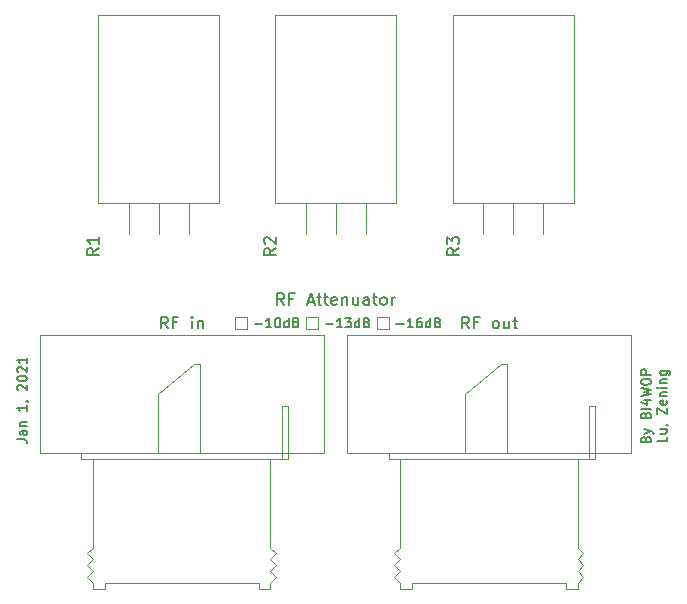
<source format=gbr>
%TF.GenerationSoftware,KiCad,Pcbnew,(5.1.4)-1*%
%TF.CreationDate,2021-01-21T23:44:22+08:00*%
%TF.ProjectId,Attenuator,41747465-6e75-4617-946f-722e6b696361,rev?*%
%TF.SameCoordinates,Original*%
%TF.FileFunction,Legend,Top*%
%TF.FilePolarity,Positive*%
%FSLAX46Y46*%
G04 Gerber Fmt 4.6, Leading zero omitted, Abs format (unit mm)*
G04 Created by KiCad (PCBNEW (5.1.4)-1) date 2021-01-21 23:44:22*
%MOMM*%
%LPD*%
G04 APERTURE LIST*
%ADD10C,0.150000*%
%ADD11C,0.120000*%
G04 APERTURE END LIST*
D10*
X67671428Y-32057142D02*
X68280952Y-32057142D01*
X69080952Y-32361904D02*
X68623809Y-32361904D01*
X68852380Y-32361904D02*
X68852380Y-31561904D01*
X68776190Y-31676190D01*
X68700000Y-31752380D01*
X68623809Y-31790476D01*
X69766666Y-31561904D02*
X69614285Y-31561904D01*
X69538095Y-31600000D01*
X69500000Y-31638095D01*
X69423809Y-31752380D01*
X69385714Y-31904761D01*
X69385714Y-32209523D01*
X69423809Y-32285714D01*
X69461904Y-32323809D01*
X69538095Y-32361904D01*
X69690476Y-32361904D01*
X69766666Y-32323809D01*
X69804761Y-32285714D01*
X69842857Y-32209523D01*
X69842857Y-32019047D01*
X69804761Y-31942857D01*
X69766666Y-31904761D01*
X69690476Y-31866666D01*
X69538095Y-31866666D01*
X69461904Y-31904761D01*
X69423809Y-31942857D01*
X69385714Y-32019047D01*
X70528571Y-32361904D02*
X70528571Y-31561904D01*
X70528571Y-32323809D02*
X70452380Y-32361904D01*
X70300000Y-32361904D01*
X70223809Y-32323809D01*
X70185714Y-32285714D01*
X70147619Y-32209523D01*
X70147619Y-31980952D01*
X70185714Y-31904761D01*
X70223809Y-31866666D01*
X70300000Y-31828571D01*
X70452380Y-31828571D01*
X70528571Y-31866666D01*
X71176190Y-31942857D02*
X71290476Y-31980952D01*
X71328571Y-32019047D01*
X71366666Y-32095238D01*
X71366666Y-32209523D01*
X71328571Y-32285714D01*
X71290476Y-32323809D01*
X71214285Y-32361904D01*
X70909523Y-32361904D01*
X70909523Y-31561904D01*
X71176190Y-31561904D01*
X71252380Y-31600000D01*
X71290476Y-31638095D01*
X71328571Y-31714285D01*
X71328571Y-31790476D01*
X71290476Y-31866666D01*
X71252380Y-31904761D01*
X71176190Y-31942857D01*
X70909523Y-31942857D01*
D11*
X66000000Y-31500000D02*
X66000000Y-32500000D01*
X67000000Y-32500000D02*
X67000000Y-31500000D01*
X67000000Y-31500000D02*
X66000000Y-31500000D01*
X66000000Y-32500000D02*
X67000000Y-32500000D01*
D10*
X61671428Y-32057142D02*
X62280952Y-32057142D01*
X63080952Y-32361904D02*
X62623809Y-32361904D01*
X62852380Y-32361904D02*
X62852380Y-31561904D01*
X62776190Y-31676190D01*
X62700000Y-31752380D01*
X62623809Y-31790476D01*
X63347619Y-31561904D02*
X63842857Y-31561904D01*
X63576190Y-31866666D01*
X63690476Y-31866666D01*
X63766666Y-31904761D01*
X63804761Y-31942857D01*
X63842857Y-32019047D01*
X63842857Y-32209523D01*
X63804761Y-32285714D01*
X63766666Y-32323809D01*
X63690476Y-32361904D01*
X63461904Y-32361904D01*
X63385714Y-32323809D01*
X63347619Y-32285714D01*
X64528571Y-32361904D02*
X64528571Y-31561904D01*
X64528571Y-32323809D02*
X64452380Y-32361904D01*
X64300000Y-32361904D01*
X64223809Y-32323809D01*
X64185714Y-32285714D01*
X64147619Y-32209523D01*
X64147619Y-31980952D01*
X64185714Y-31904761D01*
X64223809Y-31866666D01*
X64300000Y-31828571D01*
X64452380Y-31828571D01*
X64528571Y-31866666D01*
X65176190Y-31942857D02*
X65290476Y-31980952D01*
X65328571Y-32019047D01*
X65366666Y-32095238D01*
X65366666Y-32209523D01*
X65328571Y-32285714D01*
X65290476Y-32323809D01*
X65214285Y-32361904D01*
X64909523Y-32361904D01*
X64909523Y-31561904D01*
X65176190Y-31561904D01*
X65252380Y-31600000D01*
X65290476Y-31638095D01*
X65328571Y-31714285D01*
X65328571Y-31790476D01*
X65290476Y-31866666D01*
X65252380Y-31904761D01*
X65176190Y-31942857D01*
X64909523Y-31942857D01*
D11*
X60000000Y-31500000D02*
X60000000Y-32500000D01*
X61000000Y-32500000D02*
X61000000Y-31500000D01*
X61000000Y-31500000D02*
X60000000Y-31500000D01*
X60000000Y-32500000D02*
X61000000Y-32500000D01*
X55000000Y-31500000D02*
X54000000Y-31500000D01*
X55000000Y-32500000D02*
X55000000Y-31500000D01*
X54000000Y-32500000D02*
X55000000Y-32500000D01*
X54000000Y-31500000D02*
X54000000Y-32500000D01*
D10*
X55671428Y-32057142D02*
X56280952Y-32057142D01*
X57080952Y-32361904D02*
X56623809Y-32361904D01*
X56852380Y-32361904D02*
X56852380Y-31561904D01*
X56776190Y-31676190D01*
X56700000Y-31752380D01*
X56623809Y-31790476D01*
X57576190Y-31561904D02*
X57652380Y-31561904D01*
X57728571Y-31600000D01*
X57766666Y-31638095D01*
X57804761Y-31714285D01*
X57842857Y-31866666D01*
X57842857Y-32057142D01*
X57804761Y-32209523D01*
X57766666Y-32285714D01*
X57728571Y-32323809D01*
X57652380Y-32361904D01*
X57576190Y-32361904D01*
X57500000Y-32323809D01*
X57461904Y-32285714D01*
X57423809Y-32209523D01*
X57385714Y-32057142D01*
X57385714Y-31866666D01*
X57423809Y-31714285D01*
X57461904Y-31638095D01*
X57500000Y-31600000D01*
X57576190Y-31561904D01*
X58528571Y-32361904D02*
X58528571Y-31561904D01*
X58528571Y-32323809D02*
X58452380Y-32361904D01*
X58300000Y-32361904D01*
X58223809Y-32323809D01*
X58185714Y-32285714D01*
X58147619Y-32209523D01*
X58147619Y-31980952D01*
X58185714Y-31904761D01*
X58223809Y-31866666D01*
X58300000Y-31828571D01*
X58452380Y-31828571D01*
X58528571Y-31866666D01*
X59176190Y-31942857D02*
X59290476Y-31980952D01*
X59328571Y-32019047D01*
X59366666Y-32095238D01*
X59366666Y-32209523D01*
X59328571Y-32285714D01*
X59290476Y-32323809D01*
X59214285Y-32361904D01*
X58909523Y-32361904D01*
X58909523Y-31561904D01*
X59176190Y-31561904D01*
X59252380Y-31600000D01*
X59290476Y-31638095D01*
X59328571Y-31714285D01*
X59328571Y-31790476D01*
X59290476Y-31866666D01*
X59252380Y-31904761D01*
X59176190Y-31942857D01*
X58909523Y-31942857D01*
X35561904Y-41814285D02*
X36133333Y-41814285D01*
X36247619Y-41852380D01*
X36323809Y-41928571D01*
X36361904Y-42042857D01*
X36361904Y-42119047D01*
X36361904Y-41090476D02*
X35942857Y-41090476D01*
X35866666Y-41128571D01*
X35828571Y-41204761D01*
X35828571Y-41357142D01*
X35866666Y-41433333D01*
X36323809Y-41090476D02*
X36361904Y-41166666D01*
X36361904Y-41357142D01*
X36323809Y-41433333D01*
X36247619Y-41471428D01*
X36171428Y-41471428D01*
X36095238Y-41433333D01*
X36057142Y-41357142D01*
X36057142Y-41166666D01*
X36019047Y-41090476D01*
X35828571Y-40709523D02*
X36361904Y-40709523D01*
X35904761Y-40709523D02*
X35866666Y-40671428D01*
X35828571Y-40595238D01*
X35828571Y-40480952D01*
X35866666Y-40404761D01*
X35942857Y-40366666D01*
X36361904Y-40366666D01*
X36361904Y-38957142D02*
X36361904Y-39414285D01*
X36361904Y-39185714D02*
X35561904Y-39185714D01*
X35676190Y-39261904D01*
X35752380Y-39338095D01*
X35790476Y-39414285D01*
X36323809Y-38576190D02*
X36361904Y-38576190D01*
X36438095Y-38614285D01*
X36476190Y-38652380D01*
X35638095Y-37661904D02*
X35600000Y-37623809D01*
X35561904Y-37547619D01*
X35561904Y-37357142D01*
X35600000Y-37280952D01*
X35638095Y-37242857D01*
X35714285Y-37204761D01*
X35790476Y-37204761D01*
X35904761Y-37242857D01*
X36361904Y-37700000D01*
X36361904Y-37204761D01*
X35561904Y-36709523D02*
X35561904Y-36633333D01*
X35600000Y-36557142D01*
X35638095Y-36519047D01*
X35714285Y-36480952D01*
X35866666Y-36442857D01*
X36057142Y-36442857D01*
X36209523Y-36480952D01*
X36285714Y-36519047D01*
X36323809Y-36557142D01*
X36361904Y-36633333D01*
X36361904Y-36709523D01*
X36323809Y-36785714D01*
X36285714Y-36823809D01*
X36209523Y-36861904D01*
X36057142Y-36900000D01*
X35866666Y-36900000D01*
X35714285Y-36861904D01*
X35638095Y-36823809D01*
X35600000Y-36785714D01*
X35561904Y-36709523D01*
X35638095Y-36138095D02*
X35600000Y-36100000D01*
X35561904Y-36023809D01*
X35561904Y-35833333D01*
X35600000Y-35757142D01*
X35638095Y-35719047D01*
X35714285Y-35680952D01*
X35790476Y-35680952D01*
X35904761Y-35719047D01*
X36361904Y-36176190D01*
X36361904Y-35680952D01*
X36361904Y-34919047D02*
X36361904Y-35376190D01*
X36361904Y-35147619D02*
X35561904Y-35147619D01*
X35676190Y-35223809D01*
X35752380Y-35300000D01*
X35790476Y-35376190D01*
X88767857Y-41800000D02*
X88805952Y-41685714D01*
X88844047Y-41647619D01*
X88920238Y-41609523D01*
X89034523Y-41609523D01*
X89110714Y-41647619D01*
X89148809Y-41685714D01*
X89186904Y-41761904D01*
X89186904Y-42066666D01*
X88386904Y-42066666D01*
X88386904Y-41800000D01*
X88425000Y-41723809D01*
X88463095Y-41685714D01*
X88539285Y-41647619D01*
X88615476Y-41647619D01*
X88691666Y-41685714D01*
X88729761Y-41723809D01*
X88767857Y-41800000D01*
X88767857Y-42066666D01*
X88653571Y-41342857D02*
X89186904Y-41152380D01*
X88653571Y-40961904D02*
X89186904Y-41152380D01*
X89377380Y-41228571D01*
X89415476Y-41266666D01*
X89453571Y-41342857D01*
X88767857Y-39780952D02*
X88805952Y-39666666D01*
X88844047Y-39628571D01*
X88920238Y-39590476D01*
X89034523Y-39590476D01*
X89110714Y-39628571D01*
X89148809Y-39666666D01*
X89186904Y-39742857D01*
X89186904Y-40047619D01*
X88386904Y-40047619D01*
X88386904Y-39780952D01*
X88425000Y-39704761D01*
X88463095Y-39666666D01*
X88539285Y-39628571D01*
X88615476Y-39628571D01*
X88691666Y-39666666D01*
X88729761Y-39704761D01*
X88767857Y-39780952D01*
X88767857Y-40047619D01*
X89186904Y-39247619D02*
X88386904Y-39247619D01*
X88653571Y-38523809D02*
X89186904Y-38523809D01*
X88348809Y-38714285D02*
X88920238Y-38904761D01*
X88920238Y-38409523D01*
X88386904Y-38180952D02*
X89186904Y-37990476D01*
X88615476Y-37838095D01*
X89186904Y-37685714D01*
X88386904Y-37495238D01*
X88386904Y-37038095D02*
X88386904Y-36885714D01*
X88425000Y-36809523D01*
X88501190Y-36733333D01*
X88653571Y-36695238D01*
X88920238Y-36695238D01*
X89072619Y-36733333D01*
X89148809Y-36809523D01*
X89186904Y-36885714D01*
X89186904Y-37038095D01*
X89148809Y-37114285D01*
X89072619Y-37190476D01*
X88920238Y-37228571D01*
X88653571Y-37228571D01*
X88501190Y-37190476D01*
X88425000Y-37114285D01*
X88386904Y-37038095D01*
X89186904Y-36352380D02*
X88386904Y-36352380D01*
X88386904Y-36047619D01*
X88425000Y-35971428D01*
X88463095Y-35933333D01*
X88539285Y-35895238D01*
X88653571Y-35895238D01*
X88729761Y-35933333D01*
X88767857Y-35971428D01*
X88805952Y-36047619D01*
X88805952Y-36352380D01*
X90536904Y-41609523D02*
X90536904Y-41990476D01*
X89736904Y-41990476D01*
X90003571Y-41000000D02*
X90536904Y-41000000D01*
X90003571Y-41342857D02*
X90422619Y-41342857D01*
X90498809Y-41304761D01*
X90536904Y-41228571D01*
X90536904Y-41114285D01*
X90498809Y-41038095D01*
X90460714Y-41000000D01*
X90498809Y-40580952D02*
X90536904Y-40580952D01*
X90613095Y-40619047D01*
X90651190Y-40657142D01*
X89736904Y-39704761D02*
X89736904Y-39171428D01*
X90536904Y-39704761D01*
X90536904Y-39171428D01*
X90498809Y-38561904D02*
X90536904Y-38638095D01*
X90536904Y-38790476D01*
X90498809Y-38866666D01*
X90422619Y-38904761D01*
X90117857Y-38904761D01*
X90041666Y-38866666D01*
X90003571Y-38790476D01*
X90003571Y-38638095D01*
X90041666Y-38561904D01*
X90117857Y-38523809D01*
X90194047Y-38523809D01*
X90270238Y-38904761D01*
X90003571Y-38180952D02*
X90536904Y-38180952D01*
X90079761Y-38180952D02*
X90041666Y-38142857D01*
X90003571Y-38066666D01*
X90003571Y-37952380D01*
X90041666Y-37876190D01*
X90117857Y-37838095D01*
X90536904Y-37838095D01*
X90536904Y-37457142D02*
X90003571Y-37457142D01*
X89736904Y-37457142D02*
X89775000Y-37495238D01*
X89813095Y-37457142D01*
X89775000Y-37419047D01*
X89736904Y-37457142D01*
X89813095Y-37457142D01*
X90003571Y-37076190D02*
X90536904Y-37076190D01*
X90079761Y-37076190D02*
X90041666Y-37038095D01*
X90003571Y-36961904D01*
X90003571Y-36847619D01*
X90041666Y-36771428D01*
X90117857Y-36733333D01*
X90536904Y-36733333D01*
X90003571Y-36009523D02*
X90651190Y-36009523D01*
X90727380Y-36047619D01*
X90765476Y-36085714D01*
X90803571Y-36161904D01*
X90803571Y-36276190D01*
X90765476Y-36352380D01*
X90498809Y-36009523D02*
X90536904Y-36085714D01*
X90536904Y-36238095D01*
X90498809Y-36314285D01*
X90460714Y-36352380D01*
X90384523Y-36390476D01*
X90155952Y-36390476D01*
X90079761Y-36352380D01*
X90041666Y-36314285D01*
X90003571Y-36238095D01*
X90003571Y-36085714D01*
X90041666Y-36009523D01*
X58166666Y-30452380D02*
X57833333Y-29976190D01*
X57595238Y-30452380D02*
X57595238Y-29452380D01*
X57976190Y-29452380D01*
X58071428Y-29500000D01*
X58119047Y-29547619D01*
X58166666Y-29642857D01*
X58166666Y-29785714D01*
X58119047Y-29880952D01*
X58071428Y-29928571D01*
X57976190Y-29976190D01*
X57595238Y-29976190D01*
X58928571Y-29928571D02*
X58595238Y-29928571D01*
X58595238Y-30452380D02*
X58595238Y-29452380D01*
X59071428Y-29452380D01*
X60166666Y-30166666D02*
X60642857Y-30166666D01*
X60071428Y-30452380D02*
X60404761Y-29452380D01*
X60738095Y-30452380D01*
X60928571Y-29785714D02*
X61309523Y-29785714D01*
X61071428Y-29452380D02*
X61071428Y-30309523D01*
X61119047Y-30404761D01*
X61214285Y-30452380D01*
X61309523Y-30452380D01*
X61500000Y-29785714D02*
X61880952Y-29785714D01*
X61642857Y-29452380D02*
X61642857Y-30309523D01*
X61690476Y-30404761D01*
X61785714Y-30452380D01*
X61880952Y-30452380D01*
X62595238Y-30404761D02*
X62500000Y-30452380D01*
X62309523Y-30452380D01*
X62214285Y-30404761D01*
X62166666Y-30309523D01*
X62166666Y-29928571D01*
X62214285Y-29833333D01*
X62309523Y-29785714D01*
X62500000Y-29785714D01*
X62595238Y-29833333D01*
X62642857Y-29928571D01*
X62642857Y-30023809D01*
X62166666Y-30119047D01*
X63071428Y-29785714D02*
X63071428Y-30452380D01*
X63071428Y-29880952D02*
X63119047Y-29833333D01*
X63214285Y-29785714D01*
X63357142Y-29785714D01*
X63452380Y-29833333D01*
X63500000Y-29928571D01*
X63500000Y-30452380D01*
X64404761Y-29785714D02*
X64404761Y-30452380D01*
X63976190Y-29785714D02*
X63976190Y-30309523D01*
X64023809Y-30404761D01*
X64119047Y-30452380D01*
X64261904Y-30452380D01*
X64357142Y-30404761D01*
X64404761Y-30357142D01*
X65309523Y-30452380D02*
X65309523Y-29928571D01*
X65261904Y-29833333D01*
X65166666Y-29785714D01*
X64976190Y-29785714D01*
X64880952Y-29833333D01*
X65309523Y-30404761D02*
X65214285Y-30452380D01*
X64976190Y-30452380D01*
X64880952Y-30404761D01*
X64833333Y-30309523D01*
X64833333Y-30214285D01*
X64880952Y-30119047D01*
X64976190Y-30071428D01*
X65214285Y-30071428D01*
X65309523Y-30023809D01*
X65642857Y-29785714D02*
X66023809Y-29785714D01*
X65785714Y-29452380D02*
X65785714Y-30309523D01*
X65833333Y-30404761D01*
X65928571Y-30452380D01*
X66023809Y-30452380D01*
X66500000Y-30452380D02*
X66404761Y-30404761D01*
X66357142Y-30357142D01*
X66309523Y-30261904D01*
X66309523Y-29976190D01*
X66357142Y-29880952D01*
X66404761Y-29833333D01*
X66500000Y-29785714D01*
X66642857Y-29785714D01*
X66738095Y-29833333D01*
X66785714Y-29880952D01*
X66833333Y-29976190D01*
X66833333Y-30261904D01*
X66785714Y-30357142D01*
X66738095Y-30404761D01*
X66642857Y-30452380D01*
X66500000Y-30452380D01*
X67261904Y-30452380D02*
X67261904Y-29785714D01*
X67261904Y-29976190D02*
X67309523Y-29880952D01*
X67357142Y-29833333D01*
X67452380Y-29785714D01*
X67547619Y-29785714D01*
X73809523Y-32452380D02*
X73476190Y-31976190D01*
X73238095Y-32452380D02*
X73238095Y-31452380D01*
X73619047Y-31452380D01*
X73714285Y-31500000D01*
X73761904Y-31547619D01*
X73809523Y-31642857D01*
X73809523Y-31785714D01*
X73761904Y-31880952D01*
X73714285Y-31928571D01*
X73619047Y-31976190D01*
X73238095Y-31976190D01*
X74571428Y-31928571D02*
X74238095Y-31928571D01*
X74238095Y-32452380D02*
X74238095Y-31452380D01*
X74714285Y-31452380D01*
X76000000Y-32452380D02*
X75904761Y-32404761D01*
X75857142Y-32357142D01*
X75809523Y-32261904D01*
X75809523Y-31976190D01*
X75857142Y-31880952D01*
X75904761Y-31833333D01*
X76000000Y-31785714D01*
X76142857Y-31785714D01*
X76238095Y-31833333D01*
X76285714Y-31880952D01*
X76333333Y-31976190D01*
X76333333Y-32261904D01*
X76285714Y-32357142D01*
X76238095Y-32404761D01*
X76142857Y-32452380D01*
X76000000Y-32452380D01*
X77190476Y-31785714D02*
X77190476Y-32452380D01*
X76761904Y-31785714D02*
X76761904Y-32309523D01*
X76809523Y-32404761D01*
X76904761Y-32452380D01*
X77047619Y-32452380D01*
X77142857Y-32404761D01*
X77190476Y-32357142D01*
X77523809Y-31785714D02*
X77904761Y-31785714D01*
X77666666Y-31452380D02*
X77666666Y-32309523D01*
X77714285Y-32404761D01*
X77809523Y-32452380D01*
X77904761Y-32452380D01*
X48309523Y-32452380D02*
X47976190Y-31976190D01*
X47738095Y-32452380D02*
X47738095Y-31452380D01*
X48119047Y-31452380D01*
X48214285Y-31500000D01*
X48261904Y-31547619D01*
X48309523Y-31642857D01*
X48309523Y-31785714D01*
X48261904Y-31880952D01*
X48214285Y-31928571D01*
X48119047Y-31976190D01*
X47738095Y-31976190D01*
X49071428Y-31928571D02*
X48738095Y-31928571D01*
X48738095Y-32452380D02*
X48738095Y-31452380D01*
X49214285Y-31452380D01*
X50357142Y-32452380D02*
X50357142Y-31785714D01*
X50357142Y-31452380D02*
X50309523Y-31500000D01*
X50357142Y-31547619D01*
X50404761Y-31500000D01*
X50357142Y-31452380D01*
X50357142Y-31547619D01*
X50833333Y-31785714D02*
X50833333Y-32452380D01*
X50833333Y-31880952D02*
X50880952Y-31833333D01*
X50976190Y-31785714D01*
X51119047Y-31785714D01*
X51214285Y-31833333D01*
X51261904Y-31928571D01*
X51261904Y-32452380D01*
D11*
X80080000Y-21810000D02*
X80080000Y-24434000D01*
X77540000Y-21810000D02*
X77540000Y-24434000D01*
X75000000Y-21810000D02*
X75000000Y-24450000D01*
X82660000Y-5920000D02*
X82660000Y-21810000D01*
X72420000Y-5920000D02*
X72420000Y-21810000D01*
X72420000Y-5920000D02*
X82660000Y-5920000D01*
X72420000Y-21810000D02*
X82660000Y-21810000D01*
X65080000Y-21810000D02*
X65080000Y-24434000D01*
X62540000Y-21810000D02*
X62540000Y-24434000D01*
X60000000Y-21810000D02*
X60000000Y-24450000D01*
X67660000Y-5920000D02*
X67660000Y-21810000D01*
X57420000Y-5920000D02*
X57420000Y-21810000D01*
X57420000Y-5920000D02*
X67660000Y-5920000D01*
X57420000Y-21810000D02*
X67660000Y-21810000D01*
X50080000Y-21810000D02*
X50080000Y-24434000D01*
X47540000Y-21810000D02*
X47540000Y-24434000D01*
X45000000Y-21810000D02*
X45000000Y-24450000D01*
X52660000Y-5920000D02*
X52660000Y-21810000D01*
X42420000Y-5920000D02*
X42420000Y-21810000D01*
X42420000Y-5920000D02*
X52660000Y-5920000D01*
X42420000Y-21810000D02*
X52660000Y-21810000D01*
X51000000Y-43000000D02*
X51000000Y-35500000D01*
X51000000Y-35500000D02*
X50500000Y-35500000D01*
X50500000Y-35500000D02*
X47500000Y-38000000D01*
X47500000Y-38000000D02*
X47500000Y-43000000D01*
X47500000Y-43000000D02*
X41000000Y-43000000D01*
X41000000Y-43000000D02*
X41000000Y-43500000D01*
X41000000Y-43500000D02*
X58000000Y-43500000D01*
X58000000Y-43500000D02*
X58000000Y-43000000D01*
X58000000Y-43000000D02*
X51000000Y-43000000D01*
X58000000Y-43500000D02*
X58000000Y-39000000D01*
X58000000Y-39000000D02*
X58500000Y-39000000D01*
X58500000Y-39000000D02*
X58500000Y-43500000D01*
X58500000Y-43500000D02*
X58000000Y-43500000D01*
X42000000Y-43500000D02*
X42000000Y-51000000D01*
X42000000Y-51000000D02*
X41500000Y-51500000D01*
X41500000Y-51500000D02*
X42000000Y-52000000D01*
X42000000Y-52000000D02*
X41500000Y-52500000D01*
X41500000Y-52500000D02*
X42000000Y-53000000D01*
X42000000Y-53000000D02*
X41500000Y-53500000D01*
X41500000Y-53500000D02*
X42000000Y-54000000D01*
X42000000Y-54000000D02*
X42000000Y-54500000D01*
X42000000Y-54500000D02*
X43000000Y-54500000D01*
X43000000Y-54500000D02*
X43000000Y-54000000D01*
X43000000Y-54000000D02*
X49500000Y-54000000D01*
X56000000Y-54000000D02*
X49500000Y-54000000D01*
X56000000Y-54500000D02*
X56000000Y-54000000D01*
X57000000Y-54000000D02*
X57000000Y-54500000D01*
X57000000Y-54500000D02*
X56000000Y-54500000D01*
X57500000Y-53500000D02*
X57000000Y-54000000D01*
X57500000Y-52500000D02*
X57000000Y-53000000D01*
X57000000Y-52000000D02*
X57500000Y-52500000D01*
X57000000Y-53000000D02*
X57500000Y-53500000D01*
X57500000Y-51500000D02*
X57000000Y-52000000D01*
X57000000Y-51000000D02*
X57500000Y-51500000D01*
X57000000Y-43500000D02*
X57000000Y-51000000D01*
X37500000Y-43000000D02*
X61500000Y-43000000D01*
X61500000Y-43000000D02*
X61500000Y-33000000D01*
X61500000Y-33000000D02*
X37500000Y-33000000D01*
X37500000Y-33000000D02*
X37500000Y-43000000D01*
X77000000Y-43000000D02*
X77000000Y-35500000D01*
X77000000Y-35500000D02*
X76500000Y-35500000D01*
X76500000Y-35500000D02*
X73500000Y-38000000D01*
X73500000Y-38000000D02*
X73500000Y-43000000D01*
X73500000Y-43000000D02*
X67000000Y-43000000D01*
X67000000Y-43000000D02*
X67000000Y-43500000D01*
X67000000Y-43500000D02*
X84000000Y-43500000D01*
X84000000Y-43500000D02*
X84000000Y-43000000D01*
X84000000Y-43000000D02*
X77000000Y-43000000D01*
X84000000Y-43500000D02*
X84000000Y-39000000D01*
X84000000Y-39000000D02*
X84500000Y-39000000D01*
X84500000Y-39000000D02*
X84500000Y-43500000D01*
X84500000Y-43500000D02*
X84000000Y-43500000D01*
X68000000Y-43500000D02*
X68000000Y-51000000D01*
X68000000Y-51000000D02*
X67500000Y-51500000D01*
X67500000Y-51500000D02*
X68000000Y-52000000D01*
X68000000Y-52000000D02*
X67500000Y-52500000D01*
X67500000Y-52500000D02*
X68000000Y-53000000D01*
X68000000Y-53000000D02*
X67500000Y-53500000D01*
X67500000Y-53500000D02*
X68000000Y-54000000D01*
X68000000Y-54000000D02*
X68000000Y-54500000D01*
X68000000Y-54500000D02*
X69000000Y-54500000D01*
X69000000Y-54500000D02*
X69000000Y-54000000D01*
X69000000Y-54000000D02*
X75500000Y-54000000D01*
X82000000Y-54000000D02*
X75500000Y-54000000D01*
X82000000Y-54500000D02*
X82000000Y-54000000D01*
X83000000Y-54000000D02*
X83000000Y-54500000D01*
X83000000Y-54500000D02*
X82000000Y-54500000D01*
X83500000Y-53500000D02*
X83000000Y-54000000D01*
X83500000Y-52500000D02*
X83000000Y-53000000D01*
X83000000Y-52000000D02*
X83500000Y-52500000D01*
X83000000Y-53000000D02*
X83500000Y-53500000D01*
X83500000Y-51500000D02*
X83000000Y-52000000D01*
X83000000Y-51000000D02*
X83500000Y-51500000D01*
X83000000Y-43500000D02*
X83000000Y-51000000D01*
X63500000Y-43000000D02*
X87500000Y-43000000D01*
X87500000Y-43000000D02*
X87500000Y-33000000D01*
X87500000Y-33000000D02*
X63500000Y-33000000D01*
X63500000Y-33000000D02*
X63500000Y-43000000D01*
D10*
X72952380Y-25666666D02*
X72476190Y-26000000D01*
X72952380Y-26238095D02*
X71952380Y-26238095D01*
X71952380Y-25857142D01*
X72000000Y-25761904D01*
X72047619Y-25714285D01*
X72142857Y-25666666D01*
X72285714Y-25666666D01*
X72380952Y-25714285D01*
X72428571Y-25761904D01*
X72476190Y-25857142D01*
X72476190Y-26238095D01*
X71952380Y-25333333D02*
X71952380Y-24714285D01*
X72333333Y-25047619D01*
X72333333Y-24904761D01*
X72380952Y-24809523D01*
X72428571Y-24761904D01*
X72523809Y-24714285D01*
X72761904Y-24714285D01*
X72857142Y-24761904D01*
X72904761Y-24809523D01*
X72952380Y-24904761D01*
X72952380Y-25190476D01*
X72904761Y-25285714D01*
X72857142Y-25333333D01*
X57452380Y-25666666D02*
X56976190Y-26000000D01*
X57452380Y-26238095D02*
X56452380Y-26238095D01*
X56452380Y-25857142D01*
X56500000Y-25761904D01*
X56547619Y-25714285D01*
X56642857Y-25666666D01*
X56785714Y-25666666D01*
X56880952Y-25714285D01*
X56928571Y-25761904D01*
X56976190Y-25857142D01*
X56976190Y-26238095D01*
X56547619Y-25285714D02*
X56500000Y-25238095D01*
X56452380Y-25142857D01*
X56452380Y-24904761D01*
X56500000Y-24809523D01*
X56547619Y-24761904D01*
X56642857Y-24714285D01*
X56738095Y-24714285D01*
X56880952Y-24761904D01*
X57452380Y-25333333D01*
X57452380Y-24714285D01*
X42452380Y-25666666D02*
X41976190Y-26000000D01*
X42452380Y-26238095D02*
X41452380Y-26238095D01*
X41452380Y-25857142D01*
X41500000Y-25761904D01*
X41547619Y-25714285D01*
X41642857Y-25666666D01*
X41785714Y-25666666D01*
X41880952Y-25714285D01*
X41928571Y-25761904D01*
X41976190Y-25857142D01*
X41976190Y-26238095D01*
X42452380Y-24714285D02*
X42452380Y-25285714D01*
X42452380Y-25000000D02*
X41452380Y-25000000D01*
X41595238Y-25095238D01*
X41690476Y-25190476D01*
X41738095Y-25285714D01*
M02*

</source>
